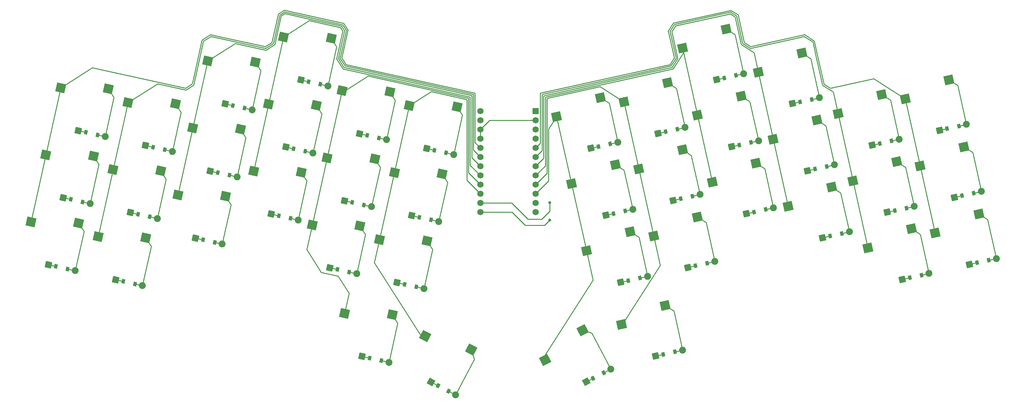
<source format=gbr>
%TF.GenerationSoftware,KiCad,Pcbnew,8.0.7*%
%TF.CreationDate,2025-03-02T16:24:29+01:00*%
%TF.ProjectId,pcb-adjusted,7063622d-6164-46a7-9573-7465642e6b69,v1.0.0*%
%TF.SameCoordinates,Original*%
%TF.FileFunction,Copper,L2,Bot*%
%TF.FilePolarity,Positive*%
%FSLAX46Y46*%
G04 Gerber Fmt 4.6, Leading zero omitted, Abs format (unit mm)*
G04 Created by KiCad (PCBNEW 8.0.7) date 2025-03-02 16:24:29*
%MOMM*%
%LPD*%
G01*
G04 APERTURE LIST*
G04 Aperture macros list*
%AMRotRect*
0 Rectangle, with rotation*
0 The origin of the aperture is its center*
0 $1 length*
0 $2 width*
0 $3 Rotation angle, in degrees counterclockwise*
0 Add horizontal line*
21,1,$1,$2,0,0,$3*%
G04 Aperture macros list end*
%TA.AperFunction,ComponentPad*%
%ADD10RotRect,1.778000X1.778000X12.500000*%
%TD*%
%TA.AperFunction,SMDPad,CuDef*%
%ADD11RotRect,0.900000X1.200000X12.500000*%
%TD*%
%TA.AperFunction,ComponentPad*%
%ADD12C,1.905000*%
%TD*%
%TA.AperFunction,SMDPad,CuDef*%
%ADD13RotRect,2.550000X2.500000X12.500000*%
%TD*%
%TA.AperFunction,SMDPad,CuDef*%
%ADD14RotRect,2.550000X2.500000X347.500000*%
%TD*%
%TA.AperFunction,ComponentPad*%
%ADD15RotRect,1.778000X1.778000X347.500000*%
%TD*%
%TA.AperFunction,SMDPad,CuDef*%
%ADD16RotRect,0.900000X1.200000X347.500000*%
%TD*%
%TA.AperFunction,SMDPad,CuDef*%
%ADD17RotRect,2.550000X2.500000X27.500000*%
%TD*%
%TA.AperFunction,ComponentPad*%
%ADD18RotRect,1.778000X1.778000X332.500000*%
%TD*%
%TA.AperFunction,SMDPad,CuDef*%
%ADD19RotRect,0.900000X1.200000X332.500000*%
%TD*%
%TA.AperFunction,SMDPad,CuDef*%
%ADD20RotRect,2.550000X2.500000X332.500000*%
%TD*%
%TA.AperFunction,ComponentPad*%
%ADD21RotRect,1.778000X1.778000X27.500000*%
%TD*%
%TA.AperFunction,SMDPad,CuDef*%
%ADD22RotRect,0.900000X1.200000X27.500000*%
%TD*%
%TA.AperFunction,ComponentPad*%
%ADD23R,1.752600X1.752600*%
%TD*%
%TA.AperFunction,ComponentPad*%
%ADD24C,1.752600*%
%TD*%
%TA.AperFunction,ViaPad*%
%ADD25C,0.800000*%
%TD*%
%TA.AperFunction,Conductor*%
%ADD26C,0.250000*%
%TD*%
G04 APERTURE END LIST*
D10*
%TO.P,D22,1*%
%TO.N,P9*%
X332084436Y-142508981D03*
D11*
X334193235Y-142041466D03*
%TO.P,D22,2*%
%TO.N,mirror_outer_home*%
X337415011Y-141327220D03*
D12*
X339523810Y-140859705D03*
%TD*%
D10*
%TO.P,D23,1*%
%TO.N,P8*%
X327972079Y-123959353D03*
D11*
X330080878Y-123491838D03*
%TO.P,D23,2*%
%TO.N,mirror_outer_top*%
X333302654Y-122777592D03*
D12*
X335411453Y-122310077D03*
%TD*%
D13*
%TO.P,S38,1*%
%TO.N,P14*%
X222301137Y-120183682D03*
%TO.P,S38,2*%
%TO.N,mirror_inner_top*%
X234371958Y-114905975D03*
%TD*%
D14*
%TO.P,S9,1*%
%TO.N,P4*%
X125976481Y-104779672D03*
%TO.P,S9,2*%
%TO.N,ring_top*%
X139146818Y-105097798D03*
%TD*%
%TO.P,S2,1*%
%TO.N,P2*%
X81301849Y-130725336D03*
%TO.P,S2,2*%
%TO.N,outer_home*%
X94472186Y-131043462D03*
%TD*%
D10*
%TO.P,D28,1*%
%TO.N,P9*%
X291522163Y-135112955D03*
D11*
X293630962Y-134645440D03*
%TO.P,D28,2*%
%TO.N,mirror_ring_home*%
X296852738Y-133931194D03*
D12*
X298961537Y-133463679D03*
%TD*%
D14*
%TO.P,S18,1*%
%TO.N,P7*%
X181625352Y-117116728D03*
%TO.P,S18,2*%
%TO.N,inner_top*%
X194795689Y-117434854D03*
%TD*%
D15*
%TO.P,D10,1*%
%TO.N,P16*%
X143503515Y-147116784D03*
D16*
X145612317Y-147584290D03*
%TO.P,D10,2*%
%TO.N,middle_bottom*%
X148834091Y-148298544D03*
D12*
X150942893Y-148766050D03*
%TD*%
D13*
%TO.P,S30,1*%
%TO.N,P18*%
X265244250Y-138318967D03*
%TO.P,S30,2*%
%TO.N,mirror_middle_bottom*%
X277315071Y-133041260D03*
%TD*%
D14*
%TO.P,S7,1*%
%TO.N,P4*%
X117751778Y-141878928D03*
%TO.P,S7,2*%
%TO.N,ring_bottom*%
X130922115Y-142197054D03*
%TD*%
%TO.P,S6,1*%
%TO.N,P3*%
X103963824Y-116288049D03*
%TO.P,S6,2*%
%TO.N,pinky_top*%
X117134161Y-116606175D03*
%TD*%
D15*
%TO.P,D3,1*%
%TO.N,P8*%
X90235479Y-124040471D03*
D16*
X92344281Y-124507977D03*
%TO.P,D3,2*%
%TO.N,outer_top*%
X95566055Y-125222231D03*
D12*
X97674857Y-125689737D03*
%TD*%
D13*
%TO.P,S25,1*%
%TO.N,P20*%
X304075009Y-137904633D03*
%TO.P,S25,2*%
%TO.N,mirror_pinky_home*%
X316145830Y-132626926D03*
%TD*%
%TO.P,S34,1*%
%TO.N,P15*%
X244963108Y-134620944D03*
%TO.P,S34,2*%
%TO.N,mirror_index_home*%
X257033929Y-129343237D03*
%TD*%
D10*
%TO.P,D24,1*%
%TO.N,P16*%
X317647160Y-165170952D03*
D11*
X319755959Y-164703437D03*
%TO.P,D24,2*%
%TO.N,mirror_pinky_bottom*%
X322977735Y-163989191D03*
D12*
X325086534Y-163521676D03*
%TD*%
D15*
%TO.P,D1,1*%
%TO.N,P16*%
X82010778Y-161139712D03*
D16*
X84119580Y-161607218D03*
%TO.P,D1,2*%
%TO.N,outer_bottom*%
X87341354Y-162321472D03*
D12*
X89450156Y-162788978D03*
%TD*%
D14*
%TO.P,S19,1*%
%TO.N,P6*%
X163757501Y-174612300D03*
%TO.P,S19,2*%
%TO.N,near_thumb*%
X176927838Y-174930426D03*
%TD*%
D15*
%TO.P,D13,1*%
%TO.N,P16*%
X159672304Y-161968394D03*
D16*
X161781106Y-162435900D03*
%TO.P,D13,2*%
%TO.N,index_bottom*%
X165002880Y-163150154D03*
D12*
X167111682Y-163617660D03*
%TD*%
D14*
%TO.P,S10,1*%
%TO.N,P5*%
X138682231Y-135252014D03*
%TO.P,S10,2*%
%TO.N,middle_bottom*%
X151852568Y-135570140D03*
%TD*%
D15*
%TO.P,D17,1*%
%TO.N,P9*%
X182334279Y-147531124D03*
D16*
X184443081Y-147998630D03*
%TO.P,D17,2*%
%TO.N,inner_home*%
X187664855Y-148712884D03*
D12*
X189773657Y-149180390D03*
%TD*%
D14*
%TO.P,S16,1*%
%TO.N,P7*%
X173400645Y-154215979D03*
%TO.P,S16,2*%
%TO.N,inner_bottom*%
X186570982Y-154534105D03*
%TD*%
D17*
%TO.P,S40,1*%
%TO.N,P14*%
X219136977Y-187441435D03*
%TO.P,S40,2*%
%TO.N,mirror_home_thumb*%
X229430525Y-179219403D03*
%TD*%
D15*
%TO.P,D2,1*%
%TO.N,P9*%
X86123124Y-142590099D03*
D16*
X88231926Y-143057605D03*
%TO.P,D2,2*%
%TO.N,outer_home*%
X91453700Y-143771859D03*
D12*
X93562502Y-144239365D03*
%TD*%
D10*
%TO.P,D33,1*%
%TO.N,P16*%
X258535249Y-161887276D03*
D11*
X260644048Y-161419761D03*
%TO.P,D33,2*%
%TO.N,mirror_index_bottom*%
X263865824Y-160705515D03*
D12*
X265974623Y-160238000D03*
%TD*%
D14*
%TO.P,S13,1*%
%TO.N,P6*%
X154851020Y-150103623D03*
%TO.P,S13,2*%
%TO.N,index_bottom*%
X168021357Y-150421749D03*
%TD*%
D18*
%TO.P,D20,1*%
%TO.N,P10*%
X187640858Y-193606774D03*
D19*
X189556802Y-194604151D03*
%TO.P,D20,2*%
%TO.N,home_thumb*%
X192483934Y-196127919D03*
D12*
X194399878Y-197125296D03*
%TD*%
D13*
%TO.P,S35,1*%
%TO.N,P15*%
X240850762Y-116071324D03*
%TO.P,S35,2*%
%TO.N,mirror_index_top*%
X252921583Y-110793617D03*
%TD*%
%TO.P,S31,1*%
%TO.N,P18*%
X261131899Y-119769348D03*
%TO.P,S31,2*%
%TO.N,mirror_middle_home*%
X273202720Y-114491641D03*
%TD*%
%TO.P,S29,1*%
%TO.N,P19*%
X277950003Y-107846626D03*
%TO.P,S29,2*%
%TO.N,mirror_ring_top*%
X290020824Y-102568919D03*
%TD*%
D10*
%TO.P,D27,1*%
%TO.N,P16*%
X295634508Y-153662575D03*
D11*
X297743307Y-153195060D03*
%TO.P,D27,2*%
%TO.N,mirror_ring_bottom*%
X300965083Y-152480814D03*
D12*
X303073882Y-152013299D03*
%TD*%
D15*
%TO.P,D11,1*%
%TO.N,P9*%
X147615870Y-128567155D03*
D16*
X149724672Y-129034661D03*
%TO.P,D11,2*%
%TO.N,middle_home*%
X152946446Y-129748915D03*
D12*
X155055248Y-130216421D03*
%TD*%
D10*
%TO.P,D32,1*%
%TO.N,P8*%
X266479345Y-109936423D03*
D11*
X268588144Y-109468908D03*
%TO.P,D32,2*%
%TO.N,mirror_middle_top*%
X271809920Y-108754662D03*
D12*
X273918719Y-108287147D03*
%TD*%
D10*
%TO.P,D38,1*%
%TO.N,P8*%
X231760927Y-128900375D03*
D11*
X233869726Y-128432860D03*
%TO.P,D38,2*%
%TO.N,mirror_inner_top*%
X237091502Y-127718614D03*
D12*
X239200301Y-127251099D03*
%TD*%
D13*
%TO.P,S28,1*%
%TO.N,P19*%
X282062363Y-126396240D03*
%TO.P,S28,2*%
%TO.N,mirror_ring_home*%
X294133184Y-121118533D03*
%TD*%
D15*
%TO.P,D12,1*%
%TO.N,P8*%
X151728215Y-110017534D03*
D16*
X153837017Y-110485040D03*
%TO.P,D12,2*%
%TO.N,middle_top*%
X157058791Y-111199294D03*
D12*
X159167593Y-111666800D03*
%TD*%
D13*
%TO.P,S37,1*%
%TO.N,P14*%
X226413489Y-138733310D03*
%TO.P,S37,2*%
%TO.N,mirror_inner_home*%
X238484310Y-133455603D03*
%TD*%
D10*
%TO.P,D26,1*%
%TO.N,P8*%
X309422452Y-128071708D03*
D11*
X311531251Y-127604193D03*
%TO.P,D26,2*%
%TO.N,mirror_pinky_top*%
X314753027Y-126889947D03*
D12*
X316861826Y-126422432D03*
%TD*%
D15*
%TO.P,D7,1*%
%TO.N,P16*%
X122573052Y-153743683D03*
D16*
X124681854Y-154211189D03*
%TO.P,D7,2*%
%TO.N,ring_bottom*%
X127903628Y-154925443D03*
D12*
X130012430Y-155392949D03*
%TD*%
D15*
%TO.P,D8,1*%
%TO.N,P9*%
X126685411Y-135194064D03*
D16*
X128794213Y-135661570D03*
%TO.P,D8,2*%
%TO.N,ring_home*%
X132015987Y-136375824D03*
D12*
X134124789Y-136843330D03*
%TD*%
D13*
%TO.P,S21,1*%
%TO.N,P21*%
X326736993Y-152341901D03*
%TO.P,S21,2*%
%TO.N,mirror_outer_bottom*%
X338807814Y-147064194D03*
%TD*%
D14*
%TO.P,S15,1*%
%TO.N,P6*%
X163075726Y-113004374D03*
%TO.P,S15,2*%
%TO.N,index_top*%
X176246063Y-113322500D03*
%TD*%
D10*
%TO.P,D37,1*%
%TO.N,P9*%
X235873284Y-147450012D03*
D11*
X237982083Y-146982497D03*
%TO.P,D37,2*%
%TO.N,mirror_inner_home*%
X241203859Y-146268251D03*
D12*
X243312658Y-145800736D03*
%TD*%
D10*
%TO.P,D34,1*%
%TO.N,P9*%
X254422902Y-143337650D03*
D11*
X256531701Y-142870135D03*
%TO.P,D34,2*%
%TO.N,mirror_index_home*%
X259753477Y-142155889D03*
D12*
X261862276Y-141688374D03*
%TD*%
D15*
%TO.P,D16,1*%
%TO.N,P16*%
X178221930Y-166080742D03*
D16*
X180330732Y-166548248D03*
%TO.P,D16,2*%
%TO.N,inner_bottom*%
X183552506Y-167262502D03*
D12*
X185661308Y-167730008D03*
%TD*%
D15*
%TO.P,D18,1*%
%TO.N,P8*%
X186446633Y-128981494D03*
D16*
X188555435Y-129449000D03*
%TO.P,D18,2*%
%TO.N,inner_top*%
X191777209Y-130163254D03*
D12*
X193886011Y-130630760D03*
%TD*%
D13*
%TO.P,S32,1*%
%TO.N,P18*%
X257019544Y-101219718D03*
%TO.P,S32,2*%
%TO.N,mirror_middle_top*%
X269090365Y-95942011D03*
%TD*%
D20*
%TO.P,S20,1*%
%TO.N,P7*%
X186054692Y-180898450D03*
%TO.P,S20,2*%
%TO.N,home_thumb*%
X198693921Y-184614473D03*
%TD*%
D10*
%TO.P,D21,1*%
%TO.N,P16*%
X336196778Y-161058606D03*
D11*
X338305577Y-160591091D03*
%TO.P,D21,2*%
%TO.N,mirror_outer_bottom*%
X341527353Y-159876845D03*
D12*
X343636152Y-159409330D03*
%TD*%
D10*
%TO.P,D39,1*%
%TO.N,P10*%
X249628779Y-186395939D03*
D11*
X251737578Y-185928424D03*
%TO.P,D39,2*%
%TO.N,mirror_near_thumb*%
X254959354Y-185214178D03*
D12*
X257068153Y-184746663D03*
%TD*%
D13*
%TO.P,S26,1*%
%TO.N,P20*%
X299962666Y-119355010D03*
%TO.P,S26,2*%
%TO.N,mirror_pinky_top*%
X312033487Y-114077303D03*
%TD*%
%TO.P,S22,1*%
%TO.N,P21*%
X322624641Y-133792277D03*
%TO.P,S22,2*%
%TO.N,mirror_outer_home*%
X334695462Y-128514570D03*
%TD*%
D14*
%TO.P,S11,1*%
%TO.N,P5*%
X142794589Y-116702397D03*
%TO.P,S11,2*%
%TO.N,middle_home*%
X155964926Y-117020523D03*
%TD*%
%TO.P,S1,1*%
%TO.N,P2*%
X77189498Y-149274949D03*
%TO.P,S1,2*%
%TO.N,outer_bottom*%
X90359835Y-149593075D03*
%TD*%
D15*
%TO.P,D9,1*%
%TO.N,P8*%
X130797762Y-116644433D03*
D16*
X132906564Y-117111939D03*
%TO.P,D9,2*%
%TO.N,ring_top*%
X136128338Y-117826193D03*
D12*
X138237140Y-118293699D03*
%TD*%
D13*
%TO.P,S27,1*%
%TO.N,P19*%
X286174707Y-144945875D03*
%TO.P,S27,2*%
%TO.N,mirror_ring_bottom*%
X298245528Y-139668168D03*
%TD*%
D15*
%TO.P,D15,1*%
%TO.N,P8*%
X167897010Y-124869139D03*
D16*
X170005812Y-125336645D03*
%TO.P,D15,2*%
%TO.N,index_top*%
X173227586Y-126050899D03*
D12*
X175336388Y-126518405D03*
%TD*%
D14*
%TO.P,S12,1*%
%TO.N,P5*%
X146906935Y-98152763D03*
%TO.P,S12,2*%
%TO.N,middle_top*%
X160077272Y-98470889D03*
%TD*%
D15*
%TO.P,D4,1*%
%TO.N,P16*%
X100560393Y-165252068D03*
D16*
X102669195Y-165719574D03*
%TO.P,D4,2*%
%TO.N,pinky_bottom*%
X105890969Y-166433828D03*
D12*
X107999771Y-166901334D03*
%TD*%
D10*
%TO.P,D35,1*%
%TO.N,P8*%
X250310559Y-124788028D03*
D11*
X252419358Y-124320513D03*
%TO.P,D35,2*%
%TO.N,mirror_index_top*%
X255641134Y-123606267D03*
D12*
X257749933Y-123138752D03*
%TD*%
D21*
%TO.P,D40,1*%
%TO.N,P10*%
X230452824Y-193520260D03*
D22*
X232368768Y-192522883D03*
%TO.P,D40,2*%
%TO.N,mirror_home_thumb*%
X235295900Y-190999115D03*
D12*
X237211844Y-190001738D03*
%TD*%
D13*
%TO.P,S33,1*%
%TO.N,P15*%
X249075463Y-153170581D03*
%TO.P,S33,2*%
%TO.N,mirror_index_bottom*%
X261146284Y-147892874D03*
%TD*%
D14*
%TO.P,S8,1*%
%TO.N,P4*%
X121864126Y-123329286D03*
%TO.P,S8,2*%
%TO.N,ring_home*%
X135034463Y-123647412D03*
%TD*%
D15*
%TO.P,D6,1*%
%TO.N,P8*%
X108785106Y-128152817D03*
D16*
X110893908Y-128620323D03*
%TO.P,D6,2*%
%TO.N,pinky_top*%
X114115682Y-129334577D03*
D12*
X116224484Y-129802083D03*
%TD*%
D15*
%TO.P,D19,1*%
%TO.N,P10*%
X168578765Y-186477048D03*
D16*
X170687567Y-186944554D03*
%TO.P,D19,2*%
%TO.N,near_thumb*%
X173909341Y-187658808D03*
D12*
X176018143Y-188126314D03*
%TD*%
D14*
%TO.P,S4,1*%
%TO.N,P3*%
X95739110Y-153387304D03*
%TO.P,S4,2*%
%TO.N,pinky_bottom*%
X108909447Y-153705430D03*
%TD*%
D15*
%TO.P,D5,1*%
%TO.N,P9*%
X104672742Y-146702438D03*
D16*
X106781544Y-147169944D03*
%TO.P,D5,2*%
%TO.N,pinky_home*%
X110003318Y-147884198D03*
D12*
X112112120Y-148351704D03*
%TD*%
D14*
%TO.P,S17,1*%
%TO.N,P7*%
X177512997Y-135666348D03*
%TO.P,S17,2*%
%TO.N,inner_home*%
X190683334Y-135984474D03*
%TD*%
%TO.P,S14,1*%
%TO.N,P6*%
X158963375Y-131554007D03*
%TO.P,S14,2*%
%TO.N,index_home*%
X172133712Y-131872133D03*
%TD*%
%TO.P,S3,1*%
%TO.N,P2*%
X85414191Y-112175701D03*
%TO.P,S3,2*%
%TO.N,outer_top*%
X98584528Y-112493827D03*
%TD*%
D10*
%TO.P,D30,1*%
%TO.N,P16*%
X274704043Y-147035667D03*
D11*
X276812842Y-146568152D03*
%TO.P,D30,2*%
%TO.N,mirror_middle_bottom*%
X280034618Y-145853906D03*
D12*
X282143417Y-145386391D03*
%TD*%
D14*
%TO.P,S5,1*%
%TO.N,P3*%
X99851475Y-134837688D03*
%TO.P,S5,2*%
%TO.N,pinky_home*%
X113021812Y-135155814D03*
%TD*%
D13*
%TO.P,S36,1*%
%TO.N,P14*%
X230525828Y-157282925D03*
%TO.P,S36,2*%
%TO.N,mirror_inner_bottom*%
X242596649Y-152005218D03*
%TD*%
%TO.P,S39,1*%
%TO.N,P15*%
X240168998Y-177679244D03*
%TO.P,S39,2*%
%TO.N,mirror_near_thumb*%
X252239819Y-172401537D03*
%TD*%
D15*
%TO.P,D14,1*%
%TO.N,P9*%
X163784657Y-143418765D03*
D16*
X165893459Y-143886271D03*
%TO.P,D14,2*%
%TO.N,index_home*%
X169115233Y-144600525D03*
D12*
X171224035Y-145068031D03*
%TD*%
D10*
%TO.P,D25,1*%
%TO.N,P9*%
X313534808Y-146621335D03*
D11*
X315643607Y-146153820D03*
%TO.P,D25,2*%
%TO.N,mirror_pinky_home*%
X318865383Y-145439574D03*
D12*
X320974182Y-144972059D03*
%TD*%
D13*
%TO.P,S24,1*%
%TO.N,P20*%
X308187369Y-156454245D03*
%TO.P,S24,2*%
%TO.N,mirror_pinky_bottom*%
X320258190Y-151176538D03*
%TD*%
D10*
%TO.P,D31,1*%
%TO.N,P9*%
X270591692Y-128486048D03*
D11*
X272700491Y-128018533D03*
%TO.P,D31,2*%
%TO.N,mirror_middle_home*%
X275922267Y-127304287D03*
D12*
X278031066Y-126836772D03*
%TD*%
D10*
%TO.P,D29,1*%
%TO.N,P8*%
X287409797Y-116563326D03*
D11*
X289518596Y-116095811D03*
%TO.P,D29,2*%
%TO.N,mirror_ring_top*%
X292740372Y-115381565D03*
D12*
X294849171Y-114914050D03*
%TD*%
D13*
%TO.P,S23,1*%
%TO.N,P21*%
X318512293Y-115242652D03*
%TO.P,S23,2*%
%TO.N,mirror_outer_top*%
X330583114Y-109964945D03*
%TD*%
D10*
%TO.P,D36,1*%
%TO.N,P16*%
X239985624Y-165999623D03*
D11*
X242094423Y-165532108D03*
%TO.P,D36,2*%
%TO.N,mirror_inner_bottom*%
X245316199Y-164817862D03*
D12*
X247424998Y-164350347D03*
%TD*%
D23*
%TO.P,MCU1,1*%
%TO.N,RAW*%
X216500300Y-118659992D03*
D24*
%TO.P,MCU1,2*%
%TO.N,GND*%
X216500298Y-121199993D03*
%TO.P,MCU1,3*%
%TO.N,RST*%
X216500301Y-123739998D03*
%TO.P,MCU1,4*%
%TO.N,VCC*%
X216500300Y-126279994D03*
%TO.P,MCU1,5*%
%TO.N,P21*%
X216500301Y-128819995D03*
%TO.P,MCU1,6*%
%TO.N,P20*%
X216500302Y-131359994D03*
%TO.P,MCU1,7*%
%TO.N,P19*%
X216500300Y-133899993D03*
%TO.P,MCU1,8*%
%TO.N,P18*%
X216500300Y-136439995D03*
%TO.P,MCU1,9*%
%TO.N,P15*%
X216500300Y-138979994D03*
%TO.P,MCU1,10*%
%TO.N,P14*%
X216500300Y-141519994D03*
%TO.P,MCU1,11*%
%TO.N,P16*%
X216500300Y-144059994D03*
%TO.P,MCU1,12*%
%TO.N,P10*%
X216500301Y-146599995D03*
%TO.P,MCU1,13*%
%TO.N,P1*%
X201260299Y-118659993D03*
%TO.P,MCU1,14*%
%TO.N,P0*%
X201260300Y-121199994D03*
%TO.P,MCU1,15*%
%TO.N,GND*%
X201260300Y-123739994D03*
%TO.P,MCU1,16*%
X201260300Y-126279994D03*
%TO.P,MCU1,17*%
%TO.N,P2*%
X201260300Y-128819993D03*
%TO.P,MCU1,18*%
%TO.N,P3*%
X201260300Y-131359995D03*
%TO.P,MCU1,19*%
%TO.N,P4*%
X201260298Y-133899994D03*
%TO.P,MCU1,20*%
%TO.N,P5*%
X201260299Y-136439993D03*
%TO.P,MCU1,21*%
%TO.N,P6*%
X201260300Y-138979994D03*
%TO.P,MCU1,22*%
%TO.N,P7*%
X201260299Y-141519990D03*
%TO.P,MCU1,23*%
%TO.N,P8*%
X201260302Y-144059995D03*
%TO.P,MCU1,24*%
%TO.N,P9*%
X201260300Y-146599996D03*
%TD*%
D25*
%TO.N,P9*%
X220396954Y-148796945D03*
%TO.N,P8*%
X220395758Y-143946365D03*
%TD*%
D26*
%TO.N,P6*%
X153339826Y-156920224D02*
X154851016Y-150103627D01*
X157351061Y-163216606D02*
X153339826Y-156920224D01*
X154851016Y-150103627D02*
X163075727Y-113004381D01*
X165002487Y-168996498D02*
X161973081Y-164241284D01*
X163757497Y-174612284D02*
X165002487Y-168996498D01*
X161973081Y-164241284D02*
X157351061Y-163216606D01*
%TO.N,P15*%
X219760255Y-115077599D02*
X219627094Y-115286619D01*
X233440797Y-112044693D02*
X219760255Y-115077599D01*
X234248982Y-111865525D02*
X233440797Y-112044693D01*
X240850761Y-116071323D02*
X234248982Y-111865525D01*
%TO.N,P18*%
X254438679Y-106928649D02*
X219281443Y-114722822D01*
X219281443Y-114722822D02*
X219177092Y-114886620D01*
X257292187Y-102449537D02*
X254568816Y-106724371D01*
X257019546Y-101219719D02*
X257292187Y-102449537D01*
X254568816Y-106724371D02*
X254438679Y-106928649D01*
%TO.N,P19*%
X218802639Y-114368041D02*
X218727094Y-114486620D01*
X248301815Y-107828230D02*
X218802639Y-114368041D01*
X252624079Y-106870008D02*
X248301815Y-107828230D01*
X255718323Y-104082488D02*
X254159307Y-106529655D01*
X254159307Y-106529655D02*
X252624079Y-106870008D01*
X255071609Y-95060326D02*
X254067559Y-96636374D01*
X254067559Y-96636374D02*
X255718323Y-104082488D01*
X255174928Y-95037421D02*
X255071609Y-95060326D01*
X270198006Y-91706887D02*
X269183388Y-91931823D01*
X271551724Y-92569301D02*
X270198006Y-91706887D01*
X271554669Y-92582584D02*
X271551724Y-92569301D01*
X273497050Y-100359092D02*
X273242767Y-100197095D01*
X269183388Y-91931823D02*
X255174931Y-95037424D01*
X255174931Y-95037424D02*
X255174928Y-95037421D01*
X276749404Y-102431067D02*
X273497050Y-100359092D01*
X273242767Y-100197095D02*
X271554669Y-92582584D01*
X277950003Y-107846626D02*
X276749404Y-102431067D01*
%TO.N,P20*%
X218323826Y-114013264D02*
X218277092Y-114086621D01*
X251940904Y-106560536D02*
X248022439Y-107429241D01*
X253879930Y-106130664D02*
X251940904Y-106560536D01*
X255238647Y-103997911D02*
X253879930Y-106130664D01*
X254792233Y-94661336D02*
X253587882Y-96551794D01*
X255027327Y-94609217D02*
X254792233Y-94661336D01*
X248022439Y-107429241D02*
X218323826Y-114013264D01*
X268696860Y-91578754D02*
X255027327Y-94609217D01*
X268696862Y-91578758D02*
X268696860Y-91578754D01*
X253587882Y-96551794D02*
X255238647Y-103997911D01*
X268708753Y-91576120D02*
X268696862Y-91578758D01*
X270282586Y-91227211D02*
X268708753Y-91576120D01*
X271950715Y-92289927D02*
X270282586Y-91227211D01*
X273503837Y-99295608D02*
X271950715Y-92289927D01*
X273641754Y-99917716D02*
X273503837Y-99295608D01*
X275786300Y-101283941D02*
X273641754Y-99917716D01*
X288844894Y-98379121D02*
X288837624Y-98390531D01*
X288837624Y-98390531D02*
X275786300Y-101283941D01*
X290627275Y-97983975D02*
X288844894Y-98379121D01*
X296705586Y-112095989D02*
X295654472Y-111426358D01*
X295654472Y-111426358D02*
X293907671Y-103547038D01*
X298624383Y-113318396D02*
X296705586Y-112095989D01*
X293907671Y-103547038D02*
X293011046Y-99502604D01*
X299962666Y-119355010D02*
X298624383Y-113318396D01*
X293011046Y-99502604D02*
X290627275Y-97983975D01*
%TO.N,P21*%
X254512860Y-94262347D02*
X253108205Y-96467211D01*
X254929929Y-94169884D02*
X254512860Y-94262347D01*
X253670946Y-99005582D02*
X254758970Y-103913331D01*
X268793334Y-91096444D02*
X254929929Y-94169884D01*
X217812944Y-113665598D02*
X217799552Y-113686620D01*
X272346502Y-91996105D02*
X270381610Y-90744332D01*
X273299093Y-96292973D02*
X272346502Y-91996105D01*
X274040746Y-99638343D02*
X273299093Y-96292973D01*
X270381610Y-90744332D02*
X268793334Y-91096444D01*
X275870876Y-100804264D02*
X274040746Y-99638343D01*
X285420823Y-98687092D02*
X275870876Y-100804264D01*
X253600556Y-105731676D02*
X217812944Y-113665598D01*
X285428090Y-98675684D02*
X285420823Y-98687092D01*
X290725140Y-97501355D02*
X285428090Y-98675684D01*
X254758970Y-103913331D02*
X253600556Y-105731676D01*
X293407091Y-99209948D02*
X290725140Y-97501355D01*
X295252396Y-107533636D02*
X293407091Y-99209948D01*
X253108205Y-96467211D02*
X253670946Y-99005582D01*
X296053456Y-111146975D02*
X295252396Y-107533636D01*
X306026507Y-110497592D02*
X297871867Y-112305433D01*
X309763575Y-109669103D02*
X306026507Y-110497592D01*
X297871867Y-112305433D02*
X296053456Y-111146975D01*
X318512292Y-115242650D02*
X309763575Y-109669103D01*
%TO.N,P15*%
X219627093Y-115286622D02*
X219627094Y-115286619D01*
X219627093Y-135853209D02*
X219627093Y-115286622D01*
X216500297Y-138979997D02*
X219627093Y-135853209D01*
%TO.N,P18*%
X219177085Y-114886628D02*
X219177092Y-114886620D01*
X219177086Y-133763206D02*
X219177085Y-114886628D01*
X216500306Y-136439996D02*
X219177086Y-133763206D01*
%TO.N,P19*%
X218727092Y-114486621D02*
X218727092Y-131673196D01*
X218727092Y-131673196D02*
X216500296Y-133900004D01*
X218727094Y-114486620D02*
X218727092Y-114486621D01*
%TO.N,P20*%
X218277090Y-129583206D02*
X216500298Y-131360004D01*
X218277090Y-114086623D02*
X218277090Y-129583206D01*
X218277092Y-114086621D02*
X218277090Y-114086623D01*
%TO.N,P21*%
X217811038Y-113698110D02*
X217799552Y-113686620D01*
X217811037Y-127509252D02*
X217811038Y-113698110D01*
X216500303Y-128820000D02*
X217811037Y-127509252D01*
%TO.N,P14*%
X222290989Y-120185933D02*
X220077094Y-123661055D01*
X222301139Y-120183684D02*
X222290989Y-120185933D01*
X220077094Y-123661055D02*
X220077089Y-137943204D01*
%TO.N,P3*%
X199313966Y-114003719D02*
X199308371Y-113998124D01*
X199313967Y-129413653D02*
X199313966Y-114003719D01*
X201260300Y-131359999D02*
X199313967Y-129413653D01*
%TO.N,P6*%
X197963965Y-135683648D02*
X197963965Y-115095245D01*
X201260297Y-138979995D02*
X197963965Y-135683648D01*
%TO.N,P5*%
X198413958Y-114749227D02*
X198413965Y-114749219D01*
X198413958Y-133593667D02*
X198413958Y-114749227D01*
X201260291Y-136439996D02*
X198413958Y-133593667D01*
%TO.N,P2*%
X199763962Y-113662888D02*
X199763962Y-127323667D01*
X199732250Y-113631172D02*
X199763962Y-113662888D01*
X164702956Y-96239152D02*
X163001640Y-103913282D01*
X163485693Y-94328430D02*
X164702956Y-96239152D01*
X163001640Y-103913282D02*
X164169979Y-105747207D01*
X148898819Y-91094601D02*
X163485693Y-94328430D01*
X147141487Y-90705008D02*
X148898819Y-91094601D01*
X145471660Y-91768805D02*
X147141487Y-90705008D01*
X143728139Y-99633307D02*
X144129734Y-97821842D01*
X141885896Y-100806944D02*
X143728139Y-99633307D01*
X144129734Y-97821842D02*
X145471660Y-91768805D01*
X129335176Y-98024519D02*
X141885896Y-100806944D01*
X126789980Y-97460261D02*
X129335176Y-98024519D01*
X121981900Y-109907662D02*
X124404506Y-98979977D01*
X121987210Y-109916005D02*
X121981900Y-109907662D01*
X121715486Y-111141684D02*
X121987210Y-109916005D01*
X164169979Y-105747207D02*
X199732250Y-113631172D01*
X124404506Y-98979977D02*
X126789980Y-97460261D01*
X94147382Y-106612044D02*
X95606967Y-106935625D01*
X85414191Y-112175699D02*
X94147382Y-106612044D01*
X119873234Y-112315330D02*
X121715486Y-111141684D01*
X95606967Y-106935625D02*
X119873234Y-112315330D01*
%TO.N,P4*%
X142055056Y-101766297D02*
X133636217Y-99899888D01*
X144526121Y-100192058D02*
X142055056Y-101766297D01*
X145657718Y-95087748D02*
X144526121Y-100192058D01*
X146909417Y-91919976D02*
X146269641Y-92327560D01*
X147310647Y-91664363D02*
X146909417Y-91919976D01*
X162926942Y-95126412D02*
X153194987Y-92968885D01*
X153194987Y-92968885D02*
X147310647Y-91664363D01*
X163356926Y-95801354D02*
X162926942Y-95126412D01*
X163743601Y-96408312D02*
X163356926Y-95801354D01*
X133636217Y-99899888D02*
X125976481Y-104779673D01*
X162915668Y-100142881D02*
X163743601Y-96408312D01*
X169363773Y-107820497D02*
X163611227Y-106545186D01*
X198858831Y-114359390D02*
X169363773Y-107820497D01*
X146269641Y-92327560D02*
X145657718Y-95087748D01*
X163611227Y-106545186D02*
X162848416Y-105347810D01*
X198858829Y-114359392D02*
X198858831Y-114359390D01*
X162848416Y-105347810D02*
X162042286Y-104082444D01*
X198863957Y-114364527D02*
X198858829Y-114359392D01*
X198863957Y-131503658D02*
X198863957Y-114364527D01*
X162042286Y-104082444D02*
X162915668Y-100142881D01*
X198863962Y-131503661D02*
X198863957Y-131503658D01*
%TO.N,P7*%
X197511081Y-115478009D02*
X197511082Y-137770774D01*
X197505249Y-115472177D02*
X197511081Y-115478009D01*
X197482930Y-115437145D02*
X197505249Y-115472177D01*
X187674892Y-113262754D02*
X197482930Y-115437145D01*
X181625354Y-117116728D02*
X187674892Y-113262754D01*
X197511082Y-137770774D02*
X197511078Y-137770777D01*
%TO.N,P6*%
X197963961Y-115095242D02*
X197948050Y-115079331D01*
X162940808Y-113612950D02*
X170270563Y-108943380D01*
X162584692Y-115219279D02*
X162940808Y-113612950D01*
X163075727Y-113004373D02*
X162584692Y-115219279D01*
%TO.N,P5*%
X198413965Y-114749219D02*
X198378600Y-114713857D01*
X163331851Y-106944175D02*
X198378600Y-114713857D01*
X161562613Y-104167028D02*
X163331851Y-106944175D01*
X154029934Y-93614918D02*
X162616474Y-95518508D01*
X146906939Y-98152763D02*
X154029934Y-93614918D01*
X162616474Y-95518508D02*
X163257031Y-96523983D01*
X163257031Y-96523983D02*
X161562613Y-104167028D01*
%TO.N,P3*%
X163890603Y-106146196D02*
X199308371Y-113998124D01*
X162521966Y-103997867D02*
X163890603Y-106146196D01*
X164223278Y-96323734D02*
X162705686Y-103169165D01*
X163206313Y-94727421D02*
X163888426Y-95798118D01*
X145870649Y-92048184D02*
X147226068Y-91184684D01*
X144352625Y-98895534D02*
X145870649Y-92048184D01*
X144127130Y-99912686D02*
X144352625Y-98895534D01*
X156026016Y-93135580D02*
X163206313Y-94727421D01*
X141970474Y-101286622D02*
X144127130Y-99912686D01*
X126894667Y-97944396D02*
X127285187Y-98030974D01*
X162705686Y-103169165D02*
X162521966Y-103997867D01*
X122339972Y-110403918D02*
X124807380Y-99274144D01*
X147226068Y-91184684D02*
X156026016Y-93135580D01*
X119957812Y-112795006D02*
X122114473Y-111421058D01*
X122114473Y-111421058D02*
X122339972Y-110403918D01*
X113034080Y-111260054D02*
X119957812Y-112795006D01*
X112160278Y-111066334D02*
X113034080Y-111260054D01*
X124807380Y-99274144D02*
X126894667Y-97944396D01*
X127285187Y-98030974D02*
X141970474Y-101286622D01*
X103963819Y-116288050D02*
X112160278Y-111066334D01*
X163888426Y-95798118D02*
X164223278Y-96323734D01*
%TO.N,P8*%
X218195758Y-148546368D02*
X220395754Y-146346368D01*
X214395756Y-148546368D02*
X218195758Y-148546368D01*
X209909386Y-144059993D02*
X214395756Y-148546368D01*
X201260300Y-144059994D02*
X209909386Y-144059993D01*
X220395754Y-146346368D02*
X220395758Y-143946365D01*
%TO.N,GND*%
X203800299Y-121200003D02*
X201260296Y-123739994D01*
X216500303Y-121199998D02*
X203800299Y-121200003D01*
X201260294Y-126279998D02*
X201260296Y-123739994D01*
%TO.N,P10*%
X251737589Y-185928424D02*
X249628789Y-186395938D01*
%TO.N,P16*%
X338305582Y-160591093D02*
X336196791Y-161058595D01*
X319755961Y-164703436D02*
X317647170Y-165170937D01*
X297743304Y-153195067D02*
X295634506Y-153662571D01*
X276812837Y-146568159D02*
X274704047Y-147035665D01*
X260644051Y-161419758D02*
X258535249Y-161887269D01*
X239985628Y-165999621D02*
X242094420Y-165532123D01*
%TO.N,P7*%
X197511078Y-137770777D02*
X201260294Y-141519996D01*
%TO.N,ring_bottom*%
X132417503Y-144544336D02*
X130922120Y-142197044D01*
X130012432Y-155392946D02*
X132417503Y-144544336D01*
%TO.N,ring_home*%
X136529864Y-125994725D02*
X135034469Y-123647426D01*
X134124776Y-136843322D02*
X136529864Y-125994725D01*
%TO.N,middle_top*%
X161572676Y-100818200D02*
X160077286Y-98470890D01*
X159167595Y-111666800D02*
X161572676Y-100818200D01*
%TO.N,P3*%
X103963823Y-116288055D02*
X103355344Y-119032735D01*
X103355344Y-119032735D02*
X95739118Y-153387314D01*
%TO.N,P4*%
X201260300Y-133899997D02*
X198863962Y-131503661D01*
%TO.N,P14*%
X220077089Y-137943204D02*
X216500303Y-141520002D01*
%TO.N,P19*%
X286174707Y-144945864D02*
X277950002Y-107846615D01*
%TO.N,P21*%
X318512297Y-115242648D02*
X326736988Y-152341897D01*
%TO.N,P20*%
X299962667Y-119355002D02*
X308187370Y-156454255D01*
%TO.N,P18*%
X257019548Y-101219724D02*
X265244248Y-138318963D01*
%TO.N,P15*%
X250879083Y-161306169D02*
X240494214Y-177607136D01*
X249075454Y-153170583D02*
X250879083Y-161306169D01*
X240850752Y-116071340D02*
X249075465Y-153170582D01*
%TO.N,P14*%
X232315474Y-165355432D02*
X218278236Y-187389461D01*
X230525834Y-157282936D02*
X232315474Y-165355432D01*
X222301130Y-120183677D02*
X230525838Y-157282922D01*
%TO.N,mirror_home_thumb*%
X235295891Y-190999120D02*
X237211842Y-190001738D01*
%TO.N,mirror_near_thumb*%
X254959360Y-185214184D02*
X257068156Y-184746678D01*
%TO.N,mirror_outer_bottom*%
X341527367Y-159876849D02*
X343636160Y-159409330D01*
%TO.N,mirror_pinky_bottom*%
X322977738Y-163989184D02*
X325086541Y-163521680D01*
%TO.N,mirror_ring_bottom*%
X300965077Y-152480806D02*
X303073877Y-152013299D01*
%TO.N,mirror_middle_bottom*%
X280034622Y-145853918D02*
X282143412Y-145386394D01*
%TO.N,mirror_index_bottom*%
X263865831Y-160705518D02*
X265974631Y-160238011D01*
%TO.N,mirror_inner_bottom*%
X245316210Y-164817861D02*
X247425005Y-164350360D01*
%TO.N,P9*%
X237982080Y-146982493D02*
X235873276Y-147450000D01*
%TO.N,mirror_inner_home*%
X243312659Y-145800736D02*
X241203854Y-146268247D01*
%TO.N,P9*%
X256531703Y-142870132D02*
X254422910Y-143337648D01*
%TO.N,mirror_index_home*%
X261862287Y-141688379D02*
X259753488Y-142155884D01*
%TO.N,P9*%
X272700495Y-128018534D02*
X270591687Y-128486035D01*
%TO.N,mirror_middle_home*%
X278031070Y-126836765D02*
X275922274Y-127304284D01*
%TO.N,P9*%
X293630957Y-134645444D02*
X291522150Y-135112950D01*
%TO.N,mirror_ring_home*%
X298961531Y-133463672D02*
X296852731Y-133931187D01*
%TO.N,P9*%
X315643614Y-146153825D02*
X313534818Y-146621333D01*
%TO.N,mirror_pinky_home*%
X320974179Y-144972060D02*
X318865392Y-145439564D01*
%TO.N,P9*%
X334193239Y-142041466D02*
X332084439Y-142508972D01*
%TO.N,mirror_outer_home*%
X339523817Y-140859703D02*
X337415021Y-141327216D01*
%TO.N,mirror_outer_top*%
X333302665Y-122777586D02*
X335411454Y-122310087D01*
%TO.N,P8*%
X327972083Y-123959348D02*
X330080888Y-123491850D01*
%TO.N,mirror_pinky_top*%
X314753026Y-126889936D02*
X316861833Y-126422437D01*
%TO.N,P8*%
X309422453Y-128071706D02*
X311531252Y-127604199D01*
%TO.N,mirror_ring_top*%
X292740371Y-115381567D02*
X294849173Y-114914050D01*
%TO.N,P8*%
X287409792Y-116563321D02*
X289518591Y-116095819D01*
%TO.N,mirror_middle_top*%
X271809914Y-108754665D02*
X273918716Y-108287155D01*
%TO.N,P8*%
X266479344Y-109936417D02*
X268588136Y-109468913D01*
%TO.N,mirror_index_top*%
X255641124Y-123606272D02*
X257749925Y-123138763D01*
%TO.N,P8*%
X250310551Y-124788030D02*
X252419347Y-124320514D01*
%TO.N,mirror_inner_top*%
X237091504Y-127718626D02*
X239200297Y-127251109D01*
%TO.N,P8*%
X231760924Y-128900384D02*
X233869725Y-128432874D01*
%TO.N,mirror_home_thumb*%
X232024701Y-180037341D02*
X229430530Y-179219401D01*
X237211842Y-190001738D02*
X232024701Y-180037341D01*
%TO.N,mirror_near_thumb*%
X254675283Y-173953096D02*
X252239813Y-172401537D01*
X257068162Y-184746670D02*
X254675283Y-173953096D01*
%TO.N,mirror_inner_home*%
X243312659Y-145800736D02*
X240919777Y-135007161D01*
X240919777Y-135007161D02*
X238484313Y-133455595D01*
%TO.N,mirror_index_home*%
X259469403Y-130894812D02*
X257033930Y-129343239D01*
X261862287Y-141688379D02*
X259469403Y-130894812D01*
%TO.N,mirror_inner_bottom*%
X245032133Y-153556787D02*
X242596666Y-152005222D01*
X247425010Y-164350350D02*
X245032133Y-153556787D01*
%TO.N,mirror_index_bottom*%
X265974637Y-160238008D02*
X263581757Y-149444436D01*
X263581757Y-149444436D02*
X261146287Y-147892873D01*
%TO.N,mirror_middle_bottom*%
X279750547Y-134592825D02*
X277315076Y-133041266D01*
X282143420Y-145386393D02*
X279750547Y-134592825D01*
%TO.N,mirror_middle_home*%
X275638195Y-116043208D02*
X273202722Y-114491639D01*
X278031070Y-126836765D02*
X275638195Y-116043208D01*
%TO.N,mirror_ring_home*%
X296568650Y-122670100D02*
X294133174Y-121118539D01*
X298961531Y-133463672D02*
X296568650Y-122670100D01*
%TO.N,mirror_ring_bottom*%
X303073884Y-152013303D02*
X300681008Y-141219734D01*
X300681008Y-141219734D02*
X298245534Y-139668161D01*
%TO.N,mirror_pinky_bottom*%
X322693668Y-152728118D02*
X320258192Y-151176545D01*
X325086553Y-163521675D02*
X322693668Y-152728118D01*
%TO.N,mirror_outer_bottom*%
X343636165Y-159409331D02*
X341243285Y-148615767D01*
X341243285Y-148615767D02*
X338807807Y-147064185D01*
%TO.N,mirror_pinky_home*%
X318581303Y-134178486D02*
X316145844Y-132626922D01*
X320974179Y-144972060D02*
X318581303Y-134178486D01*
%TO.N,mirror_outer_home*%
X337130940Y-130066138D02*
X334695469Y-128514570D01*
X339523817Y-140859703D02*
X337130940Y-130066138D01*
%TO.N,mirror_outer_top*%
X333018581Y-111516512D02*
X330583117Y-109964953D01*
X335411460Y-122310080D02*
X333018581Y-111516512D01*
%TO.N,mirror_pinky_top*%
X314468961Y-115628868D02*
X312033490Y-114077298D01*
X316861830Y-126422434D02*
X314468961Y-115628868D01*
%TO.N,mirror_ring_top*%
X292456299Y-104120489D02*
X290020824Y-102568916D01*
X294849170Y-114914050D02*
X292456299Y-104120489D01*
%TO.N,mirror_middle_top*%
X271525840Y-97493570D02*
X269090367Y-95942005D01*
X273918716Y-108287138D02*
X271525840Y-97493570D01*
%TO.N,mirror_index_top*%
X255357051Y-112345200D02*
X252921582Y-110793630D01*
X257749928Y-123138759D02*
X255357051Y-112345200D01*
%TO.N,mirror_inner_top*%
X236807423Y-116457540D02*
X234371959Y-114905968D01*
X239200311Y-127251114D02*
X236807423Y-116457540D01*
%TO.N,outer_bottom*%
X91855220Y-151940385D02*
X89450142Y-162788986D01*
X87341349Y-162321474D02*
X89450145Y-162788979D01*
X90359826Y-149593073D02*
X91855220Y-151940385D01*
%TO.N,outer_home*%
X94472185Y-131043451D02*
X95967591Y-133390743D01*
X91453707Y-143771848D02*
X93562496Y-144239364D01*
X95967591Y-133390743D02*
X93562499Y-144239352D01*
%TO.N,outer_top*%
X98584537Y-112493835D02*
X100079926Y-114841133D01*
X100079926Y-114841133D02*
X97674852Y-125689733D01*
X95566056Y-125222223D02*
X97674857Y-125689736D01*
%TO.N,pinky_bottom*%
X108909449Y-153705432D02*
X110404850Y-156052727D01*
X105890976Y-166433821D02*
X107999767Y-166901328D01*
X110404850Y-156052727D02*
X107999772Y-166901342D01*
%TO.N,pinky_home*%
X114517212Y-137503108D02*
X112112123Y-148351710D01*
X110003326Y-147884200D02*
X112112128Y-148351710D01*
X113021807Y-135155814D02*
X114517212Y-137503108D01*
%TO.N,pinky_top*%
X118629549Y-118953483D02*
X116224482Y-129802097D01*
X114115672Y-129334577D02*
X116224486Y-129802088D01*
X117134158Y-116606185D02*
X118629549Y-118953483D01*
%TO.N,P4*%
X117751780Y-141878916D02*
X125976473Y-104779672D01*
%TO.N,ring_bottom*%
X127903631Y-154925450D02*
X130012436Y-155392962D01*
%TO.N,ring_home*%
X132015983Y-136375834D02*
X134124788Y-136843325D01*
%TO.N,ring_top*%
X140642221Y-107445086D02*
X138237141Y-118293698D01*
X139146820Y-105097799D02*
X140642221Y-107445086D01*
X136128337Y-117826194D02*
X138237142Y-118293702D01*
%TO.N,P5*%
X138682234Y-135252022D02*
X146906939Y-98152766D01*
%TO.N,middle_bottom*%
X151852575Y-135570158D02*
X153347971Y-137917445D01*
X148834098Y-148298544D02*
X150942883Y-148766052D01*
X153347971Y-137917445D02*
X150942883Y-148766052D01*
%TO.N,middle_home*%
X155964928Y-117020521D02*
X157460329Y-119367830D01*
X152946443Y-129748917D02*
X155055241Y-130216422D01*
X157460329Y-119367830D02*
X155055246Y-130216432D01*
%TO.N,middle_top*%
X157058792Y-111199285D02*
X159167600Y-111666806D01*
%TO.N,index_bottom*%
X165002876Y-163150157D02*
X167111682Y-163617649D01*
X169516756Y-152769048D02*
X167111682Y-163617654D01*
X168021359Y-150421747D02*
X169516756Y-152769048D01*
%TO.N,index_home*%
X169115231Y-144600536D02*
X171224035Y-145068028D01*
X173629113Y-134219432D02*
X171224046Y-145068038D01*
X172133713Y-131872123D02*
X173629113Y-134219432D01*
%TO.N,index_top*%
X177741473Y-115669805D02*
X175336387Y-126518416D01*
X173227579Y-126050901D02*
X175336387Y-126518404D01*
X176246061Y-113322508D02*
X177741473Y-115669805D01*
%TO.N,P7*%
X184765992Y-180612756D02*
X171993378Y-160563766D01*
X186054682Y-180898449D02*
X184765992Y-180612756D01*
X171993378Y-160563766D02*
X173400643Y-154215976D01*
X173400643Y-154215976D02*
X181625353Y-117116729D01*
%TO.N,inner_bottom*%
X188066389Y-156881412D02*
X185661307Y-167730003D01*
X183552500Y-167262498D02*
X185661307Y-167730009D01*
X186570989Y-154534112D02*
X188066389Y-156881412D01*
%TO.N,inner_home*%
X190683340Y-135984487D02*
X192178739Y-138331775D01*
X192178739Y-138331775D02*
X189773666Y-149180384D01*
X187664850Y-148712879D02*
X189773654Y-149180389D01*
%TO.N,inner_top*%
X194795692Y-117434855D02*
X196291088Y-119782156D01*
X196291088Y-119782156D02*
X193886012Y-130630756D01*
X191777206Y-130163254D02*
X193886000Y-130630750D01*
%TO.N,near_thumb*%
X176927826Y-174930412D02*
X178423223Y-177277729D01*
X178423223Y-177277729D02*
X176018142Y-188126322D01*
X173909352Y-187658819D02*
X176018142Y-188126322D01*
%TO.N,home_thumb*%
X199530836Y-187268829D02*
X194399878Y-197125284D01*
X192483936Y-196127912D02*
X194399877Y-197125284D01*
X198693902Y-184614475D02*
X199530836Y-187268829D01*
%TO.N,P16*%
X159672303Y-161968379D02*
X161781103Y-162435898D01*
X124681857Y-154211190D02*
X122573062Y-153743683D01*
X178221935Y-166080746D02*
X180330724Y-166548241D01*
X143503509Y-147116784D02*
X145612314Y-147584278D01*
X84119581Y-161607227D02*
X82010774Y-161139712D01*
X102669194Y-165719569D02*
X100560392Y-165252066D01*
%TO.N,P9*%
X106781554Y-147169949D02*
X104672753Y-146702433D01*
X182334281Y-147531123D02*
X184443082Y-147998626D01*
X147615873Y-128567160D02*
X149724670Y-129034661D01*
X163784661Y-143418772D02*
X165893455Y-143886263D01*
X128794206Y-135661574D02*
X126685417Y-135194050D01*
X88231930Y-143057592D02*
X86123129Y-142590092D01*
%TO.N,P8*%
X130797773Y-116644430D02*
X132906555Y-117111947D01*
X151728215Y-110017529D02*
X153837011Y-110485044D01*
X186446636Y-128981496D02*
X188555440Y-129449008D01*
X92344286Y-124507971D02*
X90235485Y-124040462D01*
X167897003Y-124869135D02*
X170005805Y-125336656D01*
X110893902Y-128620314D02*
X108785116Y-128152816D01*
%TO.N,P10*%
X168578777Y-186477049D02*
X170687572Y-186944558D01*
X187640856Y-193606770D02*
X189556797Y-194604143D01*
X230452817Y-193520263D02*
X232368763Y-192522887D01*
%TO.N,P2*%
X199763962Y-127323667D02*
X201260294Y-128820003D01*
X77189490Y-149274956D02*
X85414197Y-112175704D01*
%TO.N,P9*%
X210000000Y-146600000D02*
X201260299Y-146599996D01*
X220396954Y-148796945D02*
X218996952Y-150196945D01*
X213596951Y-150196947D02*
X210000000Y-146600000D01*
X218996952Y-150196945D02*
X213596951Y-150196947D01*
%TO.N,P6*%
X197963965Y-115095245D02*
X197953423Y-115084702D01*
X170270563Y-108943380D02*
X197948050Y-115079331D01*
%TD*%
M02*

</source>
